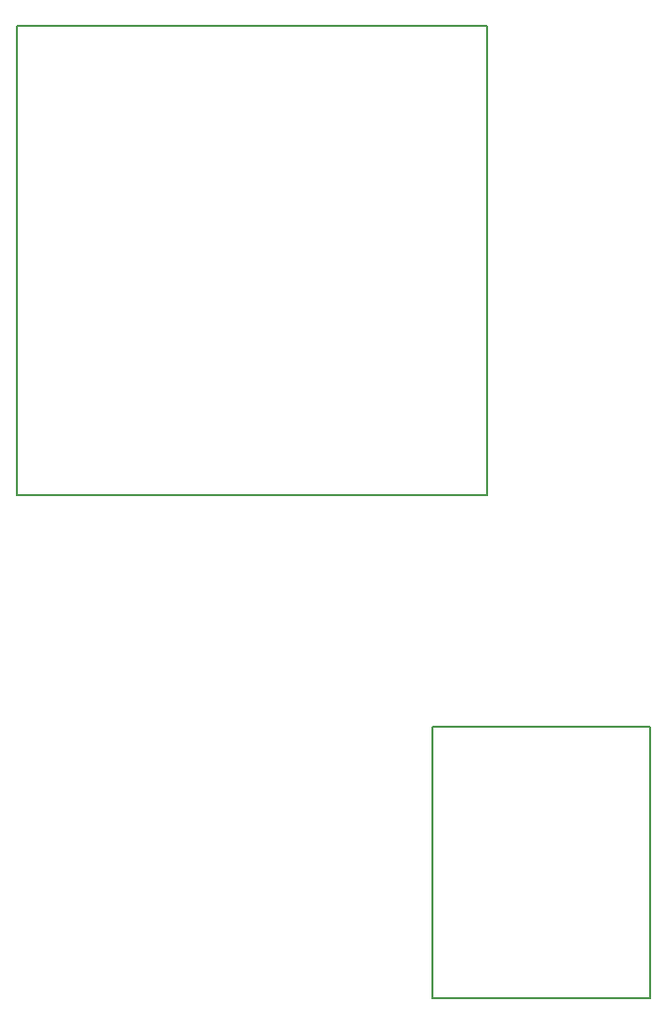
<source format=gm1>
G04 #@! TF.GenerationSoftware,KiCad,Pcbnew,9.0.2*
G04 #@! TF.CreationDate,2025-07-09T02:03:57-04:00*
G04 #@! TF.ProjectId,FBT,4642542e-6b69-4636-9164-5f7063625858,rev?*
G04 #@! TF.SameCoordinates,Original*
G04 #@! TF.FileFunction,Profile,NP*
%FSLAX46Y46*%
G04 Gerber Fmt 4.6, Leading zero omitted, Abs format (unit mm)*
G04 Created by KiCad (PCBNEW 9.0.2) date 2025-07-09 02:03:57*
%MOMM*%
%LPD*%
G01*
G04 APERTURE LIST*
G04 #@! TA.AperFunction,Profile*
%ADD10C,0.200000*%
G04 #@! TD*
G04 APERTURE END LIST*
D10*
X165390000Y-109730000D02*
X183890000Y-109730000D01*
X183890000Y-132830000D01*
X165390000Y-132830000D01*
X165390000Y-109730000D01*
X130000000Y-50000000D02*
X170000000Y-50000000D01*
X170000000Y-90000000D01*
X130000000Y-90000000D01*
X130000000Y-50000000D01*
M02*

</source>
